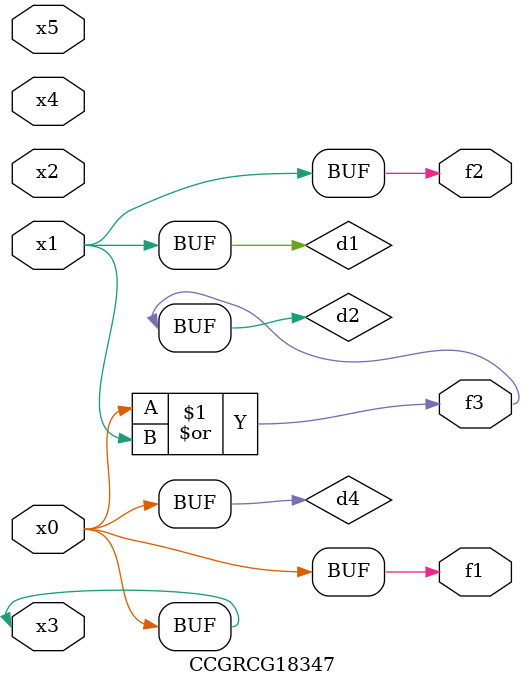
<source format=v>
module CCGRCG18347(
	input x0, x1, x2, x3, x4, x5,
	output f1, f2, f3
);

	wire d1, d2, d3, d4;

	and (d1, x1);
	or (d2, x0, x1);
	nand (d3, x0, x5);
	buf (d4, x0, x3);
	assign f1 = d4;
	assign f2 = d1;
	assign f3 = d2;
endmodule

</source>
